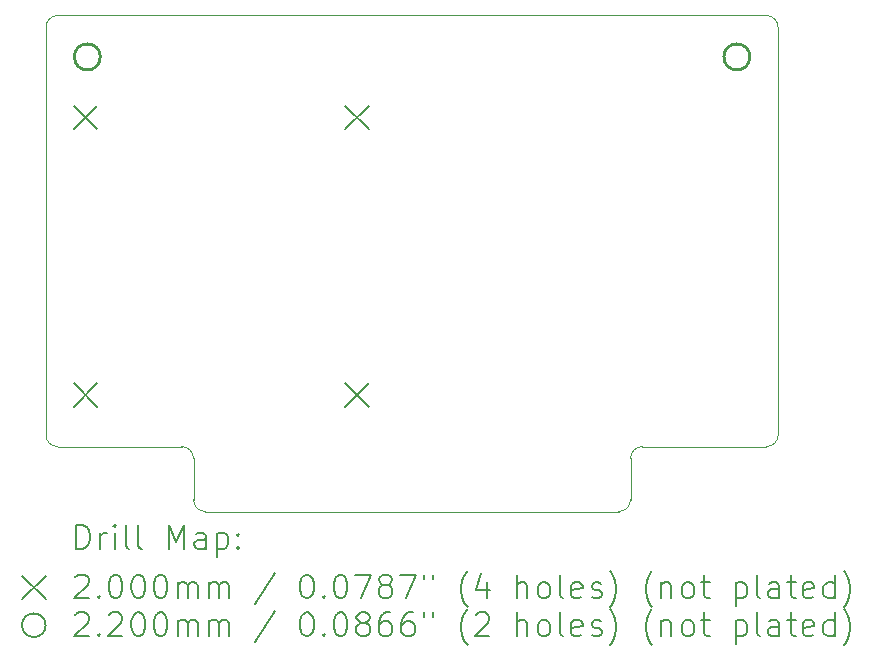
<source format=gbr>
%TF.GenerationSoftware,KiCad,Pcbnew,7.0.10*%
%TF.CreationDate,2024-01-29T09:48:29-06:00*%
%TF.ProjectId,oled_expander,6f6c6564-5f65-4787-9061-6e6465722e6b,1.1*%
%TF.SameCoordinates,Original*%
%TF.FileFunction,Drillmap*%
%TF.FilePolarity,Positive*%
%FSLAX45Y45*%
G04 Gerber Fmt 4.5, Leading zero omitted, Abs format (unit mm)*
G04 Created by KiCad (PCBNEW 7.0.10) date 2024-01-29 09:48:29*
%MOMM*%
%LPD*%
G01*
G04 APERTURE LIST*
%ADD10C,0.050000*%
%ADD11C,0.200000*%
%ADD12C,0.220000*%
G04 APERTURE END LIST*
D10*
X10224289Y-8874289D02*
G75*
G03*
X10324289Y-8774289I1J99999D01*
G01*
X10424289Y-8324289D02*
G75*
G03*
X10324289Y-8424289I1J-100001D01*
G01*
X11474289Y-8324289D02*
G75*
G03*
X11574289Y-8224289I1J99999D01*
G01*
X10324289Y-8424289D02*
X10324289Y-8774289D01*
X11474289Y-8324289D02*
X10424289Y-8324289D01*
X6624291Y-8774289D02*
G75*
G03*
X6724289Y-8874289I99999J-1D01*
G01*
X6624291Y-8424289D02*
G75*
G03*
X6524289Y-8324289I-100001J-1D01*
G01*
X5374291Y-8224289D02*
G75*
G03*
X5474289Y-8324289I99999J-1D01*
G01*
X6724289Y-8874289D02*
X6774289Y-8874289D01*
X6624289Y-8424289D02*
X6624289Y-8774289D01*
X5474289Y-8324289D02*
X6524289Y-8324289D01*
X10224289Y-8874289D02*
X6774289Y-8874289D01*
X5474289Y-4674289D02*
X11474289Y-4674289D01*
X5374289Y-8224289D02*
X5374289Y-4774289D01*
X11574291Y-4774289D02*
G75*
G03*
X11474289Y-4674289I-100001J-1D01*
G01*
X5474289Y-4674289D02*
G75*
G03*
X5374289Y-4774289I1J-100001D01*
G01*
X11574289Y-4774289D02*
X11574289Y-8224289D01*
D11*
X5609289Y-5439289D02*
X5809289Y-5639289D01*
X5809289Y-5439289D02*
X5609289Y-5639289D01*
X5609289Y-7789289D02*
X5809289Y-7989289D01*
X5809289Y-7789289D02*
X5609289Y-7989289D01*
X7909289Y-5439289D02*
X8109289Y-5639289D01*
X8109289Y-5439289D02*
X7909289Y-5639289D01*
X7909289Y-7789289D02*
X8109289Y-7989289D01*
X8109289Y-7789289D02*
X7909289Y-7989289D01*
D12*
X5835000Y-5025000D02*
G75*
G03*
X5615000Y-5025000I-110000J0D01*
G01*
X5615000Y-5025000D02*
G75*
G03*
X5835000Y-5025000I110000J0D01*
G01*
X11335000Y-5025000D02*
G75*
G03*
X11115000Y-5025000I-110000J0D01*
G01*
X11115000Y-5025000D02*
G75*
G03*
X11335000Y-5025000I110000J0D01*
G01*
D11*
X5632566Y-9188273D02*
X5632566Y-8988273D01*
X5632566Y-8988273D02*
X5680185Y-8988273D01*
X5680185Y-8988273D02*
X5708757Y-8997797D01*
X5708757Y-8997797D02*
X5727804Y-9016845D01*
X5727804Y-9016845D02*
X5737328Y-9035892D01*
X5737328Y-9035892D02*
X5746852Y-9073987D01*
X5746852Y-9073987D02*
X5746852Y-9102559D01*
X5746852Y-9102559D02*
X5737328Y-9140654D01*
X5737328Y-9140654D02*
X5727804Y-9159702D01*
X5727804Y-9159702D02*
X5708757Y-9178749D01*
X5708757Y-9178749D02*
X5680185Y-9188273D01*
X5680185Y-9188273D02*
X5632566Y-9188273D01*
X5832566Y-9188273D02*
X5832566Y-9054940D01*
X5832566Y-9093035D02*
X5842090Y-9073987D01*
X5842090Y-9073987D02*
X5851614Y-9064464D01*
X5851614Y-9064464D02*
X5870661Y-9054940D01*
X5870661Y-9054940D02*
X5889709Y-9054940D01*
X5956376Y-9188273D02*
X5956376Y-9054940D01*
X5956376Y-8988273D02*
X5946852Y-8997797D01*
X5946852Y-8997797D02*
X5956376Y-9007321D01*
X5956376Y-9007321D02*
X5965899Y-8997797D01*
X5965899Y-8997797D02*
X5956376Y-8988273D01*
X5956376Y-8988273D02*
X5956376Y-9007321D01*
X6080185Y-9188273D02*
X6061137Y-9178749D01*
X6061137Y-9178749D02*
X6051614Y-9159702D01*
X6051614Y-9159702D02*
X6051614Y-8988273D01*
X6184947Y-9188273D02*
X6165899Y-9178749D01*
X6165899Y-9178749D02*
X6156376Y-9159702D01*
X6156376Y-9159702D02*
X6156376Y-8988273D01*
X6413518Y-9188273D02*
X6413518Y-8988273D01*
X6413518Y-8988273D02*
X6480185Y-9131130D01*
X6480185Y-9131130D02*
X6546852Y-8988273D01*
X6546852Y-8988273D02*
X6546852Y-9188273D01*
X6727804Y-9188273D02*
X6727804Y-9083511D01*
X6727804Y-9083511D02*
X6718280Y-9064464D01*
X6718280Y-9064464D02*
X6699233Y-9054940D01*
X6699233Y-9054940D02*
X6661137Y-9054940D01*
X6661137Y-9054940D02*
X6642090Y-9064464D01*
X6727804Y-9178749D02*
X6708757Y-9188273D01*
X6708757Y-9188273D02*
X6661137Y-9188273D01*
X6661137Y-9188273D02*
X6642090Y-9178749D01*
X6642090Y-9178749D02*
X6632566Y-9159702D01*
X6632566Y-9159702D02*
X6632566Y-9140654D01*
X6632566Y-9140654D02*
X6642090Y-9121606D01*
X6642090Y-9121606D02*
X6661137Y-9112083D01*
X6661137Y-9112083D02*
X6708757Y-9112083D01*
X6708757Y-9112083D02*
X6727804Y-9102559D01*
X6823042Y-9054940D02*
X6823042Y-9254940D01*
X6823042Y-9064464D02*
X6842090Y-9054940D01*
X6842090Y-9054940D02*
X6880185Y-9054940D01*
X6880185Y-9054940D02*
X6899233Y-9064464D01*
X6899233Y-9064464D02*
X6908757Y-9073987D01*
X6908757Y-9073987D02*
X6918280Y-9093035D01*
X6918280Y-9093035D02*
X6918280Y-9150178D01*
X6918280Y-9150178D02*
X6908757Y-9169225D01*
X6908757Y-9169225D02*
X6899233Y-9178749D01*
X6899233Y-9178749D02*
X6880185Y-9188273D01*
X6880185Y-9188273D02*
X6842090Y-9188273D01*
X6842090Y-9188273D02*
X6823042Y-9178749D01*
X7003995Y-9169225D02*
X7013518Y-9178749D01*
X7013518Y-9178749D02*
X7003995Y-9188273D01*
X7003995Y-9188273D02*
X6994471Y-9178749D01*
X6994471Y-9178749D02*
X7003995Y-9169225D01*
X7003995Y-9169225D02*
X7003995Y-9188273D01*
X7003995Y-9064464D02*
X7013518Y-9073987D01*
X7013518Y-9073987D02*
X7003995Y-9083511D01*
X7003995Y-9083511D02*
X6994471Y-9073987D01*
X6994471Y-9073987D02*
X7003995Y-9064464D01*
X7003995Y-9064464D02*
X7003995Y-9083511D01*
X5171789Y-9416789D02*
X5371789Y-9616789D01*
X5371789Y-9416789D02*
X5171789Y-9616789D01*
X5623042Y-9427321D02*
X5632566Y-9417797D01*
X5632566Y-9417797D02*
X5651614Y-9408273D01*
X5651614Y-9408273D02*
X5699233Y-9408273D01*
X5699233Y-9408273D02*
X5718280Y-9417797D01*
X5718280Y-9417797D02*
X5727804Y-9427321D01*
X5727804Y-9427321D02*
X5737328Y-9446368D01*
X5737328Y-9446368D02*
X5737328Y-9465416D01*
X5737328Y-9465416D02*
X5727804Y-9493987D01*
X5727804Y-9493987D02*
X5613518Y-9608273D01*
X5613518Y-9608273D02*
X5737328Y-9608273D01*
X5823042Y-9589225D02*
X5832566Y-9598749D01*
X5832566Y-9598749D02*
X5823042Y-9608273D01*
X5823042Y-9608273D02*
X5813518Y-9598749D01*
X5813518Y-9598749D02*
X5823042Y-9589225D01*
X5823042Y-9589225D02*
X5823042Y-9608273D01*
X5956376Y-9408273D02*
X5975423Y-9408273D01*
X5975423Y-9408273D02*
X5994471Y-9417797D01*
X5994471Y-9417797D02*
X6003995Y-9427321D01*
X6003995Y-9427321D02*
X6013518Y-9446368D01*
X6013518Y-9446368D02*
X6023042Y-9484464D01*
X6023042Y-9484464D02*
X6023042Y-9532083D01*
X6023042Y-9532083D02*
X6013518Y-9570178D01*
X6013518Y-9570178D02*
X6003995Y-9589225D01*
X6003995Y-9589225D02*
X5994471Y-9598749D01*
X5994471Y-9598749D02*
X5975423Y-9608273D01*
X5975423Y-9608273D02*
X5956376Y-9608273D01*
X5956376Y-9608273D02*
X5937328Y-9598749D01*
X5937328Y-9598749D02*
X5927804Y-9589225D01*
X5927804Y-9589225D02*
X5918280Y-9570178D01*
X5918280Y-9570178D02*
X5908757Y-9532083D01*
X5908757Y-9532083D02*
X5908757Y-9484464D01*
X5908757Y-9484464D02*
X5918280Y-9446368D01*
X5918280Y-9446368D02*
X5927804Y-9427321D01*
X5927804Y-9427321D02*
X5937328Y-9417797D01*
X5937328Y-9417797D02*
X5956376Y-9408273D01*
X6146852Y-9408273D02*
X6165899Y-9408273D01*
X6165899Y-9408273D02*
X6184947Y-9417797D01*
X6184947Y-9417797D02*
X6194471Y-9427321D01*
X6194471Y-9427321D02*
X6203995Y-9446368D01*
X6203995Y-9446368D02*
X6213518Y-9484464D01*
X6213518Y-9484464D02*
X6213518Y-9532083D01*
X6213518Y-9532083D02*
X6203995Y-9570178D01*
X6203995Y-9570178D02*
X6194471Y-9589225D01*
X6194471Y-9589225D02*
X6184947Y-9598749D01*
X6184947Y-9598749D02*
X6165899Y-9608273D01*
X6165899Y-9608273D02*
X6146852Y-9608273D01*
X6146852Y-9608273D02*
X6127804Y-9598749D01*
X6127804Y-9598749D02*
X6118280Y-9589225D01*
X6118280Y-9589225D02*
X6108757Y-9570178D01*
X6108757Y-9570178D02*
X6099233Y-9532083D01*
X6099233Y-9532083D02*
X6099233Y-9484464D01*
X6099233Y-9484464D02*
X6108757Y-9446368D01*
X6108757Y-9446368D02*
X6118280Y-9427321D01*
X6118280Y-9427321D02*
X6127804Y-9417797D01*
X6127804Y-9417797D02*
X6146852Y-9408273D01*
X6337328Y-9408273D02*
X6356376Y-9408273D01*
X6356376Y-9408273D02*
X6375423Y-9417797D01*
X6375423Y-9417797D02*
X6384947Y-9427321D01*
X6384947Y-9427321D02*
X6394471Y-9446368D01*
X6394471Y-9446368D02*
X6403995Y-9484464D01*
X6403995Y-9484464D02*
X6403995Y-9532083D01*
X6403995Y-9532083D02*
X6394471Y-9570178D01*
X6394471Y-9570178D02*
X6384947Y-9589225D01*
X6384947Y-9589225D02*
X6375423Y-9598749D01*
X6375423Y-9598749D02*
X6356376Y-9608273D01*
X6356376Y-9608273D02*
X6337328Y-9608273D01*
X6337328Y-9608273D02*
X6318280Y-9598749D01*
X6318280Y-9598749D02*
X6308757Y-9589225D01*
X6308757Y-9589225D02*
X6299233Y-9570178D01*
X6299233Y-9570178D02*
X6289709Y-9532083D01*
X6289709Y-9532083D02*
X6289709Y-9484464D01*
X6289709Y-9484464D02*
X6299233Y-9446368D01*
X6299233Y-9446368D02*
X6308757Y-9427321D01*
X6308757Y-9427321D02*
X6318280Y-9417797D01*
X6318280Y-9417797D02*
X6337328Y-9408273D01*
X6489709Y-9608273D02*
X6489709Y-9474940D01*
X6489709Y-9493987D02*
X6499233Y-9484464D01*
X6499233Y-9484464D02*
X6518280Y-9474940D01*
X6518280Y-9474940D02*
X6546852Y-9474940D01*
X6546852Y-9474940D02*
X6565899Y-9484464D01*
X6565899Y-9484464D02*
X6575423Y-9503511D01*
X6575423Y-9503511D02*
X6575423Y-9608273D01*
X6575423Y-9503511D02*
X6584947Y-9484464D01*
X6584947Y-9484464D02*
X6603995Y-9474940D01*
X6603995Y-9474940D02*
X6632566Y-9474940D01*
X6632566Y-9474940D02*
X6651614Y-9484464D01*
X6651614Y-9484464D02*
X6661138Y-9503511D01*
X6661138Y-9503511D02*
X6661138Y-9608273D01*
X6756376Y-9608273D02*
X6756376Y-9474940D01*
X6756376Y-9493987D02*
X6765899Y-9484464D01*
X6765899Y-9484464D02*
X6784947Y-9474940D01*
X6784947Y-9474940D02*
X6813519Y-9474940D01*
X6813519Y-9474940D02*
X6832566Y-9484464D01*
X6832566Y-9484464D02*
X6842090Y-9503511D01*
X6842090Y-9503511D02*
X6842090Y-9608273D01*
X6842090Y-9503511D02*
X6851614Y-9484464D01*
X6851614Y-9484464D02*
X6870661Y-9474940D01*
X6870661Y-9474940D02*
X6899233Y-9474940D01*
X6899233Y-9474940D02*
X6918280Y-9484464D01*
X6918280Y-9484464D02*
X6927804Y-9503511D01*
X6927804Y-9503511D02*
X6927804Y-9608273D01*
X7318280Y-9398749D02*
X7146852Y-9655892D01*
X7575423Y-9408273D02*
X7594471Y-9408273D01*
X7594471Y-9408273D02*
X7613519Y-9417797D01*
X7613519Y-9417797D02*
X7623042Y-9427321D01*
X7623042Y-9427321D02*
X7632566Y-9446368D01*
X7632566Y-9446368D02*
X7642090Y-9484464D01*
X7642090Y-9484464D02*
X7642090Y-9532083D01*
X7642090Y-9532083D02*
X7632566Y-9570178D01*
X7632566Y-9570178D02*
X7623042Y-9589225D01*
X7623042Y-9589225D02*
X7613519Y-9598749D01*
X7613519Y-9598749D02*
X7594471Y-9608273D01*
X7594471Y-9608273D02*
X7575423Y-9608273D01*
X7575423Y-9608273D02*
X7556376Y-9598749D01*
X7556376Y-9598749D02*
X7546852Y-9589225D01*
X7546852Y-9589225D02*
X7537328Y-9570178D01*
X7537328Y-9570178D02*
X7527804Y-9532083D01*
X7527804Y-9532083D02*
X7527804Y-9484464D01*
X7527804Y-9484464D02*
X7537328Y-9446368D01*
X7537328Y-9446368D02*
X7546852Y-9427321D01*
X7546852Y-9427321D02*
X7556376Y-9417797D01*
X7556376Y-9417797D02*
X7575423Y-9408273D01*
X7727804Y-9589225D02*
X7737328Y-9598749D01*
X7737328Y-9598749D02*
X7727804Y-9608273D01*
X7727804Y-9608273D02*
X7718281Y-9598749D01*
X7718281Y-9598749D02*
X7727804Y-9589225D01*
X7727804Y-9589225D02*
X7727804Y-9608273D01*
X7861138Y-9408273D02*
X7880185Y-9408273D01*
X7880185Y-9408273D02*
X7899233Y-9417797D01*
X7899233Y-9417797D02*
X7908757Y-9427321D01*
X7908757Y-9427321D02*
X7918281Y-9446368D01*
X7918281Y-9446368D02*
X7927804Y-9484464D01*
X7927804Y-9484464D02*
X7927804Y-9532083D01*
X7927804Y-9532083D02*
X7918281Y-9570178D01*
X7918281Y-9570178D02*
X7908757Y-9589225D01*
X7908757Y-9589225D02*
X7899233Y-9598749D01*
X7899233Y-9598749D02*
X7880185Y-9608273D01*
X7880185Y-9608273D02*
X7861138Y-9608273D01*
X7861138Y-9608273D02*
X7842090Y-9598749D01*
X7842090Y-9598749D02*
X7832566Y-9589225D01*
X7832566Y-9589225D02*
X7823042Y-9570178D01*
X7823042Y-9570178D02*
X7813519Y-9532083D01*
X7813519Y-9532083D02*
X7813519Y-9484464D01*
X7813519Y-9484464D02*
X7823042Y-9446368D01*
X7823042Y-9446368D02*
X7832566Y-9427321D01*
X7832566Y-9427321D02*
X7842090Y-9417797D01*
X7842090Y-9417797D02*
X7861138Y-9408273D01*
X7994471Y-9408273D02*
X8127804Y-9408273D01*
X8127804Y-9408273D02*
X8042090Y-9608273D01*
X8232566Y-9493987D02*
X8213519Y-9484464D01*
X8213519Y-9484464D02*
X8203995Y-9474940D01*
X8203995Y-9474940D02*
X8194471Y-9455892D01*
X8194471Y-9455892D02*
X8194471Y-9446368D01*
X8194471Y-9446368D02*
X8203995Y-9427321D01*
X8203995Y-9427321D02*
X8213519Y-9417797D01*
X8213519Y-9417797D02*
X8232566Y-9408273D01*
X8232566Y-9408273D02*
X8270662Y-9408273D01*
X8270662Y-9408273D02*
X8289709Y-9417797D01*
X8289709Y-9417797D02*
X8299233Y-9427321D01*
X8299233Y-9427321D02*
X8308757Y-9446368D01*
X8308757Y-9446368D02*
X8308757Y-9455892D01*
X8308757Y-9455892D02*
X8299233Y-9474940D01*
X8299233Y-9474940D02*
X8289709Y-9484464D01*
X8289709Y-9484464D02*
X8270662Y-9493987D01*
X8270662Y-9493987D02*
X8232566Y-9493987D01*
X8232566Y-9493987D02*
X8213519Y-9503511D01*
X8213519Y-9503511D02*
X8203995Y-9513035D01*
X8203995Y-9513035D02*
X8194471Y-9532083D01*
X8194471Y-9532083D02*
X8194471Y-9570178D01*
X8194471Y-9570178D02*
X8203995Y-9589225D01*
X8203995Y-9589225D02*
X8213519Y-9598749D01*
X8213519Y-9598749D02*
X8232566Y-9608273D01*
X8232566Y-9608273D02*
X8270662Y-9608273D01*
X8270662Y-9608273D02*
X8289709Y-9598749D01*
X8289709Y-9598749D02*
X8299233Y-9589225D01*
X8299233Y-9589225D02*
X8308757Y-9570178D01*
X8308757Y-9570178D02*
X8308757Y-9532083D01*
X8308757Y-9532083D02*
X8299233Y-9513035D01*
X8299233Y-9513035D02*
X8289709Y-9503511D01*
X8289709Y-9503511D02*
X8270662Y-9493987D01*
X8375423Y-9408273D02*
X8508757Y-9408273D01*
X8508757Y-9408273D02*
X8423043Y-9608273D01*
X8575424Y-9408273D02*
X8575424Y-9446368D01*
X8651614Y-9408273D02*
X8651614Y-9446368D01*
X8946852Y-9684464D02*
X8937328Y-9674940D01*
X8937328Y-9674940D02*
X8918281Y-9646368D01*
X8918281Y-9646368D02*
X8908757Y-9627321D01*
X8908757Y-9627321D02*
X8899233Y-9598749D01*
X8899233Y-9598749D02*
X8889709Y-9551130D01*
X8889709Y-9551130D02*
X8889709Y-9513035D01*
X8889709Y-9513035D02*
X8899233Y-9465416D01*
X8899233Y-9465416D02*
X8908757Y-9436845D01*
X8908757Y-9436845D02*
X8918281Y-9417797D01*
X8918281Y-9417797D02*
X8937328Y-9389225D01*
X8937328Y-9389225D02*
X8946852Y-9379702D01*
X9108757Y-9474940D02*
X9108757Y-9608273D01*
X9061138Y-9398749D02*
X9013519Y-9541606D01*
X9013519Y-9541606D02*
X9137328Y-9541606D01*
X9365900Y-9608273D02*
X9365900Y-9408273D01*
X9451614Y-9608273D02*
X9451614Y-9503511D01*
X9451614Y-9503511D02*
X9442090Y-9484464D01*
X9442090Y-9484464D02*
X9423043Y-9474940D01*
X9423043Y-9474940D02*
X9394471Y-9474940D01*
X9394471Y-9474940D02*
X9375424Y-9484464D01*
X9375424Y-9484464D02*
X9365900Y-9493987D01*
X9575424Y-9608273D02*
X9556376Y-9598749D01*
X9556376Y-9598749D02*
X9546852Y-9589225D01*
X9546852Y-9589225D02*
X9537328Y-9570178D01*
X9537328Y-9570178D02*
X9537328Y-9513035D01*
X9537328Y-9513035D02*
X9546852Y-9493987D01*
X9546852Y-9493987D02*
X9556376Y-9484464D01*
X9556376Y-9484464D02*
X9575424Y-9474940D01*
X9575424Y-9474940D02*
X9603995Y-9474940D01*
X9603995Y-9474940D02*
X9623043Y-9484464D01*
X9623043Y-9484464D02*
X9632567Y-9493987D01*
X9632567Y-9493987D02*
X9642090Y-9513035D01*
X9642090Y-9513035D02*
X9642090Y-9570178D01*
X9642090Y-9570178D02*
X9632567Y-9589225D01*
X9632567Y-9589225D02*
X9623043Y-9598749D01*
X9623043Y-9598749D02*
X9603995Y-9608273D01*
X9603995Y-9608273D02*
X9575424Y-9608273D01*
X9756376Y-9608273D02*
X9737328Y-9598749D01*
X9737328Y-9598749D02*
X9727805Y-9579702D01*
X9727805Y-9579702D02*
X9727805Y-9408273D01*
X9908757Y-9598749D02*
X9889709Y-9608273D01*
X9889709Y-9608273D02*
X9851614Y-9608273D01*
X9851614Y-9608273D02*
X9832567Y-9598749D01*
X9832567Y-9598749D02*
X9823043Y-9579702D01*
X9823043Y-9579702D02*
X9823043Y-9503511D01*
X9823043Y-9503511D02*
X9832567Y-9484464D01*
X9832567Y-9484464D02*
X9851614Y-9474940D01*
X9851614Y-9474940D02*
X9889709Y-9474940D01*
X9889709Y-9474940D02*
X9908757Y-9484464D01*
X9908757Y-9484464D02*
X9918281Y-9503511D01*
X9918281Y-9503511D02*
X9918281Y-9522559D01*
X9918281Y-9522559D02*
X9823043Y-9541606D01*
X9994471Y-9598749D02*
X10013519Y-9608273D01*
X10013519Y-9608273D02*
X10051614Y-9608273D01*
X10051614Y-9608273D02*
X10070662Y-9598749D01*
X10070662Y-9598749D02*
X10080186Y-9579702D01*
X10080186Y-9579702D02*
X10080186Y-9570178D01*
X10080186Y-9570178D02*
X10070662Y-9551130D01*
X10070662Y-9551130D02*
X10051614Y-9541606D01*
X10051614Y-9541606D02*
X10023043Y-9541606D01*
X10023043Y-9541606D02*
X10003995Y-9532083D01*
X10003995Y-9532083D02*
X9994471Y-9513035D01*
X9994471Y-9513035D02*
X9994471Y-9503511D01*
X9994471Y-9503511D02*
X10003995Y-9484464D01*
X10003995Y-9484464D02*
X10023043Y-9474940D01*
X10023043Y-9474940D02*
X10051614Y-9474940D01*
X10051614Y-9474940D02*
X10070662Y-9484464D01*
X10146852Y-9684464D02*
X10156376Y-9674940D01*
X10156376Y-9674940D02*
X10175424Y-9646368D01*
X10175424Y-9646368D02*
X10184948Y-9627321D01*
X10184948Y-9627321D02*
X10194471Y-9598749D01*
X10194471Y-9598749D02*
X10203995Y-9551130D01*
X10203995Y-9551130D02*
X10203995Y-9513035D01*
X10203995Y-9513035D02*
X10194471Y-9465416D01*
X10194471Y-9465416D02*
X10184948Y-9436845D01*
X10184948Y-9436845D02*
X10175424Y-9417797D01*
X10175424Y-9417797D02*
X10156376Y-9389225D01*
X10156376Y-9389225D02*
X10146852Y-9379702D01*
X10508757Y-9684464D02*
X10499233Y-9674940D01*
X10499233Y-9674940D02*
X10480186Y-9646368D01*
X10480186Y-9646368D02*
X10470662Y-9627321D01*
X10470662Y-9627321D02*
X10461138Y-9598749D01*
X10461138Y-9598749D02*
X10451614Y-9551130D01*
X10451614Y-9551130D02*
X10451614Y-9513035D01*
X10451614Y-9513035D02*
X10461138Y-9465416D01*
X10461138Y-9465416D02*
X10470662Y-9436845D01*
X10470662Y-9436845D02*
X10480186Y-9417797D01*
X10480186Y-9417797D02*
X10499233Y-9389225D01*
X10499233Y-9389225D02*
X10508757Y-9379702D01*
X10584948Y-9474940D02*
X10584948Y-9608273D01*
X10584948Y-9493987D02*
X10594471Y-9484464D01*
X10594471Y-9484464D02*
X10613519Y-9474940D01*
X10613519Y-9474940D02*
X10642090Y-9474940D01*
X10642090Y-9474940D02*
X10661138Y-9484464D01*
X10661138Y-9484464D02*
X10670662Y-9503511D01*
X10670662Y-9503511D02*
X10670662Y-9608273D01*
X10794471Y-9608273D02*
X10775424Y-9598749D01*
X10775424Y-9598749D02*
X10765900Y-9589225D01*
X10765900Y-9589225D02*
X10756376Y-9570178D01*
X10756376Y-9570178D02*
X10756376Y-9513035D01*
X10756376Y-9513035D02*
X10765900Y-9493987D01*
X10765900Y-9493987D02*
X10775424Y-9484464D01*
X10775424Y-9484464D02*
X10794471Y-9474940D01*
X10794471Y-9474940D02*
X10823043Y-9474940D01*
X10823043Y-9474940D02*
X10842090Y-9484464D01*
X10842090Y-9484464D02*
X10851614Y-9493987D01*
X10851614Y-9493987D02*
X10861138Y-9513035D01*
X10861138Y-9513035D02*
X10861138Y-9570178D01*
X10861138Y-9570178D02*
X10851614Y-9589225D01*
X10851614Y-9589225D02*
X10842090Y-9598749D01*
X10842090Y-9598749D02*
X10823043Y-9608273D01*
X10823043Y-9608273D02*
X10794471Y-9608273D01*
X10918281Y-9474940D02*
X10994471Y-9474940D01*
X10946852Y-9408273D02*
X10946852Y-9579702D01*
X10946852Y-9579702D02*
X10956376Y-9598749D01*
X10956376Y-9598749D02*
X10975424Y-9608273D01*
X10975424Y-9608273D02*
X10994471Y-9608273D01*
X11213519Y-9474940D02*
X11213519Y-9674940D01*
X11213519Y-9484464D02*
X11232567Y-9474940D01*
X11232567Y-9474940D02*
X11270662Y-9474940D01*
X11270662Y-9474940D02*
X11289709Y-9484464D01*
X11289709Y-9484464D02*
X11299233Y-9493987D01*
X11299233Y-9493987D02*
X11308757Y-9513035D01*
X11308757Y-9513035D02*
X11308757Y-9570178D01*
X11308757Y-9570178D02*
X11299233Y-9589225D01*
X11299233Y-9589225D02*
X11289709Y-9598749D01*
X11289709Y-9598749D02*
X11270662Y-9608273D01*
X11270662Y-9608273D02*
X11232567Y-9608273D01*
X11232567Y-9608273D02*
X11213519Y-9598749D01*
X11423043Y-9608273D02*
X11403995Y-9598749D01*
X11403995Y-9598749D02*
X11394471Y-9579702D01*
X11394471Y-9579702D02*
X11394471Y-9408273D01*
X11584948Y-9608273D02*
X11584948Y-9503511D01*
X11584948Y-9503511D02*
X11575424Y-9484464D01*
X11575424Y-9484464D02*
X11556376Y-9474940D01*
X11556376Y-9474940D02*
X11518281Y-9474940D01*
X11518281Y-9474940D02*
X11499233Y-9484464D01*
X11584948Y-9598749D02*
X11565900Y-9608273D01*
X11565900Y-9608273D02*
X11518281Y-9608273D01*
X11518281Y-9608273D02*
X11499233Y-9598749D01*
X11499233Y-9598749D02*
X11489709Y-9579702D01*
X11489709Y-9579702D02*
X11489709Y-9560654D01*
X11489709Y-9560654D02*
X11499233Y-9541606D01*
X11499233Y-9541606D02*
X11518281Y-9532083D01*
X11518281Y-9532083D02*
X11565900Y-9532083D01*
X11565900Y-9532083D02*
X11584948Y-9522559D01*
X11651614Y-9474940D02*
X11727805Y-9474940D01*
X11680186Y-9408273D02*
X11680186Y-9579702D01*
X11680186Y-9579702D02*
X11689709Y-9598749D01*
X11689709Y-9598749D02*
X11708757Y-9608273D01*
X11708757Y-9608273D02*
X11727805Y-9608273D01*
X11870662Y-9598749D02*
X11851614Y-9608273D01*
X11851614Y-9608273D02*
X11813519Y-9608273D01*
X11813519Y-9608273D02*
X11794471Y-9598749D01*
X11794471Y-9598749D02*
X11784948Y-9579702D01*
X11784948Y-9579702D02*
X11784948Y-9503511D01*
X11784948Y-9503511D02*
X11794471Y-9484464D01*
X11794471Y-9484464D02*
X11813519Y-9474940D01*
X11813519Y-9474940D02*
X11851614Y-9474940D01*
X11851614Y-9474940D02*
X11870662Y-9484464D01*
X11870662Y-9484464D02*
X11880186Y-9503511D01*
X11880186Y-9503511D02*
X11880186Y-9522559D01*
X11880186Y-9522559D02*
X11784948Y-9541606D01*
X12051614Y-9608273D02*
X12051614Y-9408273D01*
X12051614Y-9598749D02*
X12032567Y-9608273D01*
X12032567Y-9608273D02*
X11994471Y-9608273D01*
X11994471Y-9608273D02*
X11975424Y-9598749D01*
X11975424Y-9598749D02*
X11965900Y-9589225D01*
X11965900Y-9589225D02*
X11956376Y-9570178D01*
X11956376Y-9570178D02*
X11956376Y-9513035D01*
X11956376Y-9513035D02*
X11965900Y-9493987D01*
X11965900Y-9493987D02*
X11975424Y-9484464D01*
X11975424Y-9484464D02*
X11994471Y-9474940D01*
X11994471Y-9474940D02*
X12032567Y-9474940D01*
X12032567Y-9474940D02*
X12051614Y-9484464D01*
X12127805Y-9684464D02*
X12137329Y-9674940D01*
X12137329Y-9674940D02*
X12156376Y-9646368D01*
X12156376Y-9646368D02*
X12165900Y-9627321D01*
X12165900Y-9627321D02*
X12175424Y-9598749D01*
X12175424Y-9598749D02*
X12184948Y-9551130D01*
X12184948Y-9551130D02*
X12184948Y-9513035D01*
X12184948Y-9513035D02*
X12175424Y-9465416D01*
X12175424Y-9465416D02*
X12165900Y-9436845D01*
X12165900Y-9436845D02*
X12156376Y-9417797D01*
X12156376Y-9417797D02*
X12137329Y-9389225D01*
X12137329Y-9389225D02*
X12127805Y-9379702D01*
X5371789Y-9836789D02*
G75*
G03*
X5171789Y-9836789I-100000J0D01*
G01*
X5171789Y-9836789D02*
G75*
G03*
X5371789Y-9836789I100000J0D01*
G01*
X5623042Y-9747321D02*
X5632566Y-9737797D01*
X5632566Y-9737797D02*
X5651614Y-9728273D01*
X5651614Y-9728273D02*
X5699233Y-9728273D01*
X5699233Y-9728273D02*
X5718280Y-9737797D01*
X5718280Y-9737797D02*
X5727804Y-9747321D01*
X5727804Y-9747321D02*
X5737328Y-9766368D01*
X5737328Y-9766368D02*
X5737328Y-9785416D01*
X5737328Y-9785416D02*
X5727804Y-9813987D01*
X5727804Y-9813987D02*
X5613518Y-9928273D01*
X5613518Y-9928273D02*
X5737328Y-9928273D01*
X5823042Y-9909225D02*
X5832566Y-9918749D01*
X5832566Y-9918749D02*
X5823042Y-9928273D01*
X5823042Y-9928273D02*
X5813518Y-9918749D01*
X5813518Y-9918749D02*
X5823042Y-9909225D01*
X5823042Y-9909225D02*
X5823042Y-9928273D01*
X5908757Y-9747321D02*
X5918280Y-9737797D01*
X5918280Y-9737797D02*
X5937328Y-9728273D01*
X5937328Y-9728273D02*
X5984947Y-9728273D01*
X5984947Y-9728273D02*
X6003995Y-9737797D01*
X6003995Y-9737797D02*
X6013518Y-9747321D01*
X6013518Y-9747321D02*
X6023042Y-9766368D01*
X6023042Y-9766368D02*
X6023042Y-9785416D01*
X6023042Y-9785416D02*
X6013518Y-9813987D01*
X6013518Y-9813987D02*
X5899233Y-9928273D01*
X5899233Y-9928273D02*
X6023042Y-9928273D01*
X6146852Y-9728273D02*
X6165899Y-9728273D01*
X6165899Y-9728273D02*
X6184947Y-9737797D01*
X6184947Y-9737797D02*
X6194471Y-9747321D01*
X6194471Y-9747321D02*
X6203995Y-9766368D01*
X6203995Y-9766368D02*
X6213518Y-9804464D01*
X6213518Y-9804464D02*
X6213518Y-9852083D01*
X6213518Y-9852083D02*
X6203995Y-9890178D01*
X6203995Y-9890178D02*
X6194471Y-9909225D01*
X6194471Y-9909225D02*
X6184947Y-9918749D01*
X6184947Y-9918749D02*
X6165899Y-9928273D01*
X6165899Y-9928273D02*
X6146852Y-9928273D01*
X6146852Y-9928273D02*
X6127804Y-9918749D01*
X6127804Y-9918749D02*
X6118280Y-9909225D01*
X6118280Y-9909225D02*
X6108757Y-9890178D01*
X6108757Y-9890178D02*
X6099233Y-9852083D01*
X6099233Y-9852083D02*
X6099233Y-9804464D01*
X6099233Y-9804464D02*
X6108757Y-9766368D01*
X6108757Y-9766368D02*
X6118280Y-9747321D01*
X6118280Y-9747321D02*
X6127804Y-9737797D01*
X6127804Y-9737797D02*
X6146852Y-9728273D01*
X6337328Y-9728273D02*
X6356376Y-9728273D01*
X6356376Y-9728273D02*
X6375423Y-9737797D01*
X6375423Y-9737797D02*
X6384947Y-9747321D01*
X6384947Y-9747321D02*
X6394471Y-9766368D01*
X6394471Y-9766368D02*
X6403995Y-9804464D01*
X6403995Y-9804464D02*
X6403995Y-9852083D01*
X6403995Y-9852083D02*
X6394471Y-9890178D01*
X6394471Y-9890178D02*
X6384947Y-9909225D01*
X6384947Y-9909225D02*
X6375423Y-9918749D01*
X6375423Y-9918749D02*
X6356376Y-9928273D01*
X6356376Y-9928273D02*
X6337328Y-9928273D01*
X6337328Y-9928273D02*
X6318280Y-9918749D01*
X6318280Y-9918749D02*
X6308757Y-9909225D01*
X6308757Y-9909225D02*
X6299233Y-9890178D01*
X6299233Y-9890178D02*
X6289709Y-9852083D01*
X6289709Y-9852083D02*
X6289709Y-9804464D01*
X6289709Y-9804464D02*
X6299233Y-9766368D01*
X6299233Y-9766368D02*
X6308757Y-9747321D01*
X6308757Y-9747321D02*
X6318280Y-9737797D01*
X6318280Y-9737797D02*
X6337328Y-9728273D01*
X6489709Y-9928273D02*
X6489709Y-9794940D01*
X6489709Y-9813987D02*
X6499233Y-9804464D01*
X6499233Y-9804464D02*
X6518280Y-9794940D01*
X6518280Y-9794940D02*
X6546852Y-9794940D01*
X6546852Y-9794940D02*
X6565899Y-9804464D01*
X6565899Y-9804464D02*
X6575423Y-9823511D01*
X6575423Y-9823511D02*
X6575423Y-9928273D01*
X6575423Y-9823511D02*
X6584947Y-9804464D01*
X6584947Y-9804464D02*
X6603995Y-9794940D01*
X6603995Y-9794940D02*
X6632566Y-9794940D01*
X6632566Y-9794940D02*
X6651614Y-9804464D01*
X6651614Y-9804464D02*
X6661138Y-9823511D01*
X6661138Y-9823511D02*
X6661138Y-9928273D01*
X6756376Y-9928273D02*
X6756376Y-9794940D01*
X6756376Y-9813987D02*
X6765899Y-9804464D01*
X6765899Y-9804464D02*
X6784947Y-9794940D01*
X6784947Y-9794940D02*
X6813519Y-9794940D01*
X6813519Y-9794940D02*
X6832566Y-9804464D01*
X6832566Y-9804464D02*
X6842090Y-9823511D01*
X6842090Y-9823511D02*
X6842090Y-9928273D01*
X6842090Y-9823511D02*
X6851614Y-9804464D01*
X6851614Y-9804464D02*
X6870661Y-9794940D01*
X6870661Y-9794940D02*
X6899233Y-9794940D01*
X6899233Y-9794940D02*
X6918280Y-9804464D01*
X6918280Y-9804464D02*
X6927804Y-9823511D01*
X6927804Y-9823511D02*
X6927804Y-9928273D01*
X7318280Y-9718749D02*
X7146852Y-9975892D01*
X7575423Y-9728273D02*
X7594471Y-9728273D01*
X7594471Y-9728273D02*
X7613519Y-9737797D01*
X7613519Y-9737797D02*
X7623042Y-9747321D01*
X7623042Y-9747321D02*
X7632566Y-9766368D01*
X7632566Y-9766368D02*
X7642090Y-9804464D01*
X7642090Y-9804464D02*
X7642090Y-9852083D01*
X7642090Y-9852083D02*
X7632566Y-9890178D01*
X7632566Y-9890178D02*
X7623042Y-9909225D01*
X7623042Y-9909225D02*
X7613519Y-9918749D01*
X7613519Y-9918749D02*
X7594471Y-9928273D01*
X7594471Y-9928273D02*
X7575423Y-9928273D01*
X7575423Y-9928273D02*
X7556376Y-9918749D01*
X7556376Y-9918749D02*
X7546852Y-9909225D01*
X7546852Y-9909225D02*
X7537328Y-9890178D01*
X7537328Y-9890178D02*
X7527804Y-9852083D01*
X7527804Y-9852083D02*
X7527804Y-9804464D01*
X7527804Y-9804464D02*
X7537328Y-9766368D01*
X7537328Y-9766368D02*
X7546852Y-9747321D01*
X7546852Y-9747321D02*
X7556376Y-9737797D01*
X7556376Y-9737797D02*
X7575423Y-9728273D01*
X7727804Y-9909225D02*
X7737328Y-9918749D01*
X7737328Y-9918749D02*
X7727804Y-9928273D01*
X7727804Y-9928273D02*
X7718281Y-9918749D01*
X7718281Y-9918749D02*
X7727804Y-9909225D01*
X7727804Y-9909225D02*
X7727804Y-9928273D01*
X7861138Y-9728273D02*
X7880185Y-9728273D01*
X7880185Y-9728273D02*
X7899233Y-9737797D01*
X7899233Y-9737797D02*
X7908757Y-9747321D01*
X7908757Y-9747321D02*
X7918281Y-9766368D01*
X7918281Y-9766368D02*
X7927804Y-9804464D01*
X7927804Y-9804464D02*
X7927804Y-9852083D01*
X7927804Y-9852083D02*
X7918281Y-9890178D01*
X7918281Y-9890178D02*
X7908757Y-9909225D01*
X7908757Y-9909225D02*
X7899233Y-9918749D01*
X7899233Y-9918749D02*
X7880185Y-9928273D01*
X7880185Y-9928273D02*
X7861138Y-9928273D01*
X7861138Y-9928273D02*
X7842090Y-9918749D01*
X7842090Y-9918749D02*
X7832566Y-9909225D01*
X7832566Y-9909225D02*
X7823042Y-9890178D01*
X7823042Y-9890178D02*
X7813519Y-9852083D01*
X7813519Y-9852083D02*
X7813519Y-9804464D01*
X7813519Y-9804464D02*
X7823042Y-9766368D01*
X7823042Y-9766368D02*
X7832566Y-9747321D01*
X7832566Y-9747321D02*
X7842090Y-9737797D01*
X7842090Y-9737797D02*
X7861138Y-9728273D01*
X8042090Y-9813987D02*
X8023042Y-9804464D01*
X8023042Y-9804464D02*
X8013519Y-9794940D01*
X8013519Y-9794940D02*
X8003995Y-9775892D01*
X8003995Y-9775892D02*
X8003995Y-9766368D01*
X8003995Y-9766368D02*
X8013519Y-9747321D01*
X8013519Y-9747321D02*
X8023042Y-9737797D01*
X8023042Y-9737797D02*
X8042090Y-9728273D01*
X8042090Y-9728273D02*
X8080185Y-9728273D01*
X8080185Y-9728273D02*
X8099233Y-9737797D01*
X8099233Y-9737797D02*
X8108757Y-9747321D01*
X8108757Y-9747321D02*
X8118281Y-9766368D01*
X8118281Y-9766368D02*
X8118281Y-9775892D01*
X8118281Y-9775892D02*
X8108757Y-9794940D01*
X8108757Y-9794940D02*
X8099233Y-9804464D01*
X8099233Y-9804464D02*
X8080185Y-9813987D01*
X8080185Y-9813987D02*
X8042090Y-9813987D01*
X8042090Y-9813987D02*
X8023042Y-9823511D01*
X8023042Y-9823511D02*
X8013519Y-9833035D01*
X8013519Y-9833035D02*
X8003995Y-9852083D01*
X8003995Y-9852083D02*
X8003995Y-9890178D01*
X8003995Y-9890178D02*
X8013519Y-9909225D01*
X8013519Y-9909225D02*
X8023042Y-9918749D01*
X8023042Y-9918749D02*
X8042090Y-9928273D01*
X8042090Y-9928273D02*
X8080185Y-9928273D01*
X8080185Y-9928273D02*
X8099233Y-9918749D01*
X8099233Y-9918749D02*
X8108757Y-9909225D01*
X8108757Y-9909225D02*
X8118281Y-9890178D01*
X8118281Y-9890178D02*
X8118281Y-9852083D01*
X8118281Y-9852083D02*
X8108757Y-9833035D01*
X8108757Y-9833035D02*
X8099233Y-9823511D01*
X8099233Y-9823511D02*
X8080185Y-9813987D01*
X8289709Y-9728273D02*
X8251614Y-9728273D01*
X8251614Y-9728273D02*
X8232566Y-9737797D01*
X8232566Y-9737797D02*
X8223042Y-9747321D01*
X8223042Y-9747321D02*
X8203995Y-9775892D01*
X8203995Y-9775892D02*
X8194471Y-9813987D01*
X8194471Y-9813987D02*
X8194471Y-9890178D01*
X8194471Y-9890178D02*
X8203995Y-9909225D01*
X8203995Y-9909225D02*
X8213519Y-9918749D01*
X8213519Y-9918749D02*
X8232566Y-9928273D01*
X8232566Y-9928273D02*
X8270662Y-9928273D01*
X8270662Y-9928273D02*
X8289709Y-9918749D01*
X8289709Y-9918749D02*
X8299233Y-9909225D01*
X8299233Y-9909225D02*
X8308757Y-9890178D01*
X8308757Y-9890178D02*
X8308757Y-9842559D01*
X8308757Y-9842559D02*
X8299233Y-9823511D01*
X8299233Y-9823511D02*
X8289709Y-9813987D01*
X8289709Y-9813987D02*
X8270662Y-9804464D01*
X8270662Y-9804464D02*
X8232566Y-9804464D01*
X8232566Y-9804464D02*
X8213519Y-9813987D01*
X8213519Y-9813987D02*
X8203995Y-9823511D01*
X8203995Y-9823511D02*
X8194471Y-9842559D01*
X8480185Y-9728273D02*
X8442090Y-9728273D01*
X8442090Y-9728273D02*
X8423043Y-9737797D01*
X8423043Y-9737797D02*
X8413519Y-9747321D01*
X8413519Y-9747321D02*
X8394471Y-9775892D01*
X8394471Y-9775892D02*
X8384947Y-9813987D01*
X8384947Y-9813987D02*
X8384947Y-9890178D01*
X8384947Y-9890178D02*
X8394471Y-9909225D01*
X8394471Y-9909225D02*
X8403995Y-9918749D01*
X8403995Y-9918749D02*
X8423043Y-9928273D01*
X8423043Y-9928273D02*
X8461138Y-9928273D01*
X8461138Y-9928273D02*
X8480185Y-9918749D01*
X8480185Y-9918749D02*
X8489709Y-9909225D01*
X8489709Y-9909225D02*
X8499233Y-9890178D01*
X8499233Y-9890178D02*
X8499233Y-9842559D01*
X8499233Y-9842559D02*
X8489709Y-9823511D01*
X8489709Y-9823511D02*
X8480185Y-9813987D01*
X8480185Y-9813987D02*
X8461138Y-9804464D01*
X8461138Y-9804464D02*
X8423043Y-9804464D01*
X8423043Y-9804464D02*
X8403995Y-9813987D01*
X8403995Y-9813987D02*
X8394471Y-9823511D01*
X8394471Y-9823511D02*
X8384947Y-9842559D01*
X8575424Y-9728273D02*
X8575424Y-9766368D01*
X8651614Y-9728273D02*
X8651614Y-9766368D01*
X8946852Y-10004464D02*
X8937328Y-9994940D01*
X8937328Y-9994940D02*
X8918281Y-9966368D01*
X8918281Y-9966368D02*
X8908757Y-9947321D01*
X8908757Y-9947321D02*
X8899233Y-9918749D01*
X8899233Y-9918749D02*
X8889709Y-9871130D01*
X8889709Y-9871130D02*
X8889709Y-9833035D01*
X8889709Y-9833035D02*
X8899233Y-9785416D01*
X8899233Y-9785416D02*
X8908757Y-9756845D01*
X8908757Y-9756845D02*
X8918281Y-9737797D01*
X8918281Y-9737797D02*
X8937328Y-9709225D01*
X8937328Y-9709225D02*
X8946852Y-9699702D01*
X9013519Y-9747321D02*
X9023043Y-9737797D01*
X9023043Y-9737797D02*
X9042090Y-9728273D01*
X9042090Y-9728273D02*
X9089709Y-9728273D01*
X9089709Y-9728273D02*
X9108757Y-9737797D01*
X9108757Y-9737797D02*
X9118281Y-9747321D01*
X9118281Y-9747321D02*
X9127805Y-9766368D01*
X9127805Y-9766368D02*
X9127805Y-9785416D01*
X9127805Y-9785416D02*
X9118281Y-9813987D01*
X9118281Y-9813987D02*
X9003995Y-9928273D01*
X9003995Y-9928273D02*
X9127805Y-9928273D01*
X9365900Y-9928273D02*
X9365900Y-9728273D01*
X9451614Y-9928273D02*
X9451614Y-9823511D01*
X9451614Y-9823511D02*
X9442090Y-9804464D01*
X9442090Y-9804464D02*
X9423043Y-9794940D01*
X9423043Y-9794940D02*
X9394471Y-9794940D01*
X9394471Y-9794940D02*
X9375424Y-9804464D01*
X9375424Y-9804464D02*
X9365900Y-9813987D01*
X9575424Y-9928273D02*
X9556376Y-9918749D01*
X9556376Y-9918749D02*
X9546852Y-9909225D01*
X9546852Y-9909225D02*
X9537328Y-9890178D01*
X9537328Y-9890178D02*
X9537328Y-9833035D01*
X9537328Y-9833035D02*
X9546852Y-9813987D01*
X9546852Y-9813987D02*
X9556376Y-9804464D01*
X9556376Y-9804464D02*
X9575424Y-9794940D01*
X9575424Y-9794940D02*
X9603995Y-9794940D01*
X9603995Y-9794940D02*
X9623043Y-9804464D01*
X9623043Y-9804464D02*
X9632567Y-9813987D01*
X9632567Y-9813987D02*
X9642090Y-9833035D01*
X9642090Y-9833035D02*
X9642090Y-9890178D01*
X9642090Y-9890178D02*
X9632567Y-9909225D01*
X9632567Y-9909225D02*
X9623043Y-9918749D01*
X9623043Y-9918749D02*
X9603995Y-9928273D01*
X9603995Y-9928273D02*
X9575424Y-9928273D01*
X9756376Y-9928273D02*
X9737328Y-9918749D01*
X9737328Y-9918749D02*
X9727805Y-9899702D01*
X9727805Y-9899702D02*
X9727805Y-9728273D01*
X9908757Y-9918749D02*
X9889709Y-9928273D01*
X9889709Y-9928273D02*
X9851614Y-9928273D01*
X9851614Y-9928273D02*
X9832567Y-9918749D01*
X9832567Y-9918749D02*
X9823043Y-9899702D01*
X9823043Y-9899702D02*
X9823043Y-9823511D01*
X9823043Y-9823511D02*
X9832567Y-9804464D01*
X9832567Y-9804464D02*
X9851614Y-9794940D01*
X9851614Y-9794940D02*
X9889709Y-9794940D01*
X9889709Y-9794940D02*
X9908757Y-9804464D01*
X9908757Y-9804464D02*
X9918281Y-9823511D01*
X9918281Y-9823511D02*
X9918281Y-9842559D01*
X9918281Y-9842559D02*
X9823043Y-9861606D01*
X9994471Y-9918749D02*
X10013519Y-9928273D01*
X10013519Y-9928273D02*
X10051614Y-9928273D01*
X10051614Y-9928273D02*
X10070662Y-9918749D01*
X10070662Y-9918749D02*
X10080186Y-9899702D01*
X10080186Y-9899702D02*
X10080186Y-9890178D01*
X10080186Y-9890178D02*
X10070662Y-9871130D01*
X10070662Y-9871130D02*
X10051614Y-9861606D01*
X10051614Y-9861606D02*
X10023043Y-9861606D01*
X10023043Y-9861606D02*
X10003995Y-9852083D01*
X10003995Y-9852083D02*
X9994471Y-9833035D01*
X9994471Y-9833035D02*
X9994471Y-9823511D01*
X9994471Y-9823511D02*
X10003995Y-9804464D01*
X10003995Y-9804464D02*
X10023043Y-9794940D01*
X10023043Y-9794940D02*
X10051614Y-9794940D01*
X10051614Y-9794940D02*
X10070662Y-9804464D01*
X10146852Y-10004464D02*
X10156376Y-9994940D01*
X10156376Y-9994940D02*
X10175424Y-9966368D01*
X10175424Y-9966368D02*
X10184948Y-9947321D01*
X10184948Y-9947321D02*
X10194471Y-9918749D01*
X10194471Y-9918749D02*
X10203995Y-9871130D01*
X10203995Y-9871130D02*
X10203995Y-9833035D01*
X10203995Y-9833035D02*
X10194471Y-9785416D01*
X10194471Y-9785416D02*
X10184948Y-9756845D01*
X10184948Y-9756845D02*
X10175424Y-9737797D01*
X10175424Y-9737797D02*
X10156376Y-9709225D01*
X10156376Y-9709225D02*
X10146852Y-9699702D01*
X10508757Y-10004464D02*
X10499233Y-9994940D01*
X10499233Y-9994940D02*
X10480186Y-9966368D01*
X10480186Y-9966368D02*
X10470662Y-9947321D01*
X10470662Y-9947321D02*
X10461138Y-9918749D01*
X10461138Y-9918749D02*
X10451614Y-9871130D01*
X10451614Y-9871130D02*
X10451614Y-9833035D01*
X10451614Y-9833035D02*
X10461138Y-9785416D01*
X10461138Y-9785416D02*
X10470662Y-9756845D01*
X10470662Y-9756845D02*
X10480186Y-9737797D01*
X10480186Y-9737797D02*
X10499233Y-9709225D01*
X10499233Y-9709225D02*
X10508757Y-9699702D01*
X10584948Y-9794940D02*
X10584948Y-9928273D01*
X10584948Y-9813987D02*
X10594471Y-9804464D01*
X10594471Y-9804464D02*
X10613519Y-9794940D01*
X10613519Y-9794940D02*
X10642090Y-9794940D01*
X10642090Y-9794940D02*
X10661138Y-9804464D01*
X10661138Y-9804464D02*
X10670662Y-9823511D01*
X10670662Y-9823511D02*
X10670662Y-9928273D01*
X10794471Y-9928273D02*
X10775424Y-9918749D01*
X10775424Y-9918749D02*
X10765900Y-9909225D01*
X10765900Y-9909225D02*
X10756376Y-9890178D01*
X10756376Y-9890178D02*
X10756376Y-9833035D01*
X10756376Y-9833035D02*
X10765900Y-9813987D01*
X10765900Y-9813987D02*
X10775424Y-9804464D01*
X10775424Y-9804464D02*
X10794471Y-9794940D01*
X10794471Y-9794940D02*
X10823043Y-9794940D01*
X10823043Y-9794940D02*
X10842090Y-9804464D01*
X10842090Y-9804464D02*
X10851614Y-9813987D01*
X10851614Y-9813987D02*
X10861138Y-9833035D01*
X10861138Y-9833035D02*
X10861138Y-9890178D01*
X10861138Y-9890178D02*
X10851614Y-9909225D01*
X10851614Y-9909225D02*
X10842090Y-9918749D01*
X10842090Y-9918749D02*
X10823043Y-9928273D01*
X10823043Y-9928273D02*
X10794471Y-9928273D01*
X10918281Y-9794940D02*
X10994471Y-9794940D01*
X10946852Y-9728273D02*
X10946852Y-9899702D01*
X10946852Y-9899702D02*
X10956376Y-9918749D01*
X10956376Y-9918749D02*
X10975424Y-9928273D01*
X10975424Y-9928273D02*
X10994471Y-9928273D01*
X11213519Y-9794940D02*
X11213519Y-9994940D01*
X11213519Y-9804464D02*
X11232567Y-9794940D01*
X11232567Y-9794940D02*
X11270662Y-9794940D01*
X11270662Y-9794940D02*
X11289709Y-9804464D01*
X11289709Y-9804464D02*
X11299233Y-9813987D01*
X11299233Y-9813987D02*
X11308757Y-9833035D01*
X11308757Y-9833035D02*
X11308757Y-9890178D01*
X11308757Y-9890178D02*
X11299233Y-9909225D01*
X11299233Y-9909225D02*
X11289709Y-9918749D01*
X11289709Y-9918749D02*
X11270662Y-9928273D01*
X11270662Y-9928273D02*
X11232567Y-9928273D01*
X11232567Y-9928273D02*
X11213519Y-9918749D01*
X11423043Y-9928273D02*
X11403995Y-9918749D01*
X11403995Y-9918749D02*
X11394471Y-9899702D01*
X11394471Y-9899702D02*
X11394471Y-9728273D01*
X11584948Y-9928273D02*
X11584948Y-9823511D01*
X11584948Y-9823511D02*
X11575424Y-9804464D01*
X11575424Y-9804464D02*
X11556376Y-9794940D01*
X11556376Y-9794940D02*
X11518281Y-9794940D01*
X11518281Y-9794940D02*
X11499233Y-9804464D01*
X11584948Y-9918749D02*
X11565900Y-9928273D01*
X11565900Y-9928273D02*
X11518281Y-9928273D01*
X11518281Y-9928273D02*
X11499233Y-9918749D01*
X11499233Y-9918749D02*
X11489709Y-9899702D01*
X11489709Y-9899702D02*
X11489709Y-9880654D01*
X11489709Y-9880654D02*
X11499233Y-9861606D01*
X11499233Y-9861606D02*
X11518281Y-9852083D01*
X11518281Y-9852083D02*
X11565900Y-9852083D01*
X11565900Y-9852083D02*
X11584948Y-9842559D01*
X11651614Y-9794940D02*
X11727805Y-9794940D01*
X11680186Y-9728273D02*
X11680186Y-9899702D01*
X11680186Y-9899702D02*
X11689709Y-9918749D01*
X11689709Y-9918749D02*
X11708757Y-9928273D01*
X11708757Y-9928273D02*
X11727805Y-9928273D01*
X11870662Y-9918749D02*
X11851614Y-9928273D01*
X11851614Y-9928273D02*
X11813519Y-9928273D01*
X11813519Y-9928273D02*
X11794471Y-9918749D01*
X11794471Y-9918749D02*
X11784948Y-9899702D01*
X11784948Y-9899702D02*
X11784948Y-9823511D01*
X11784948Y-9823511D02*
X11794471Y-9804464D01*
X11794471Y-9804464D02*
X11813519Y-9794940D01*
X11813519Y-9794940D02*
X11851614Y-9794940D01*
X11851614Y-9794940D02*
X11870662Y-9804464D01*
X11870662Y-9804464D02*
X11880186Y-9823511D01*
X11880186Y-9823511D02*
X11880186Y-9842559D01*
X11880186Y-9842559D02*
X11784948Y-9861606D01*
X12051614Y-9928273D02*
X12051614Y-9728273D01*
X12051614Y-9918749D02*
X12032567Y-9928273D01*
X12032567Y-9928273D02*
X11994471Y-9928273D01*
X11994471Y-9928273D02*
X11975424Y-9918749D01*
X11975424Y-9918749D02*
X11965900Y-9909225D01*
X11965900Y-9909225D02*
X11956376Y-9890178D01*
X11956376Y-9890178D02*
X11956376Y-9833035D01*
X11956376Y-9833035D02*
X11965900Y-9813987D01*
X11965900Y-9813987D02*
X11975424Y-9804464D01*
X11975424Y-9804464D02*
X11994471Y-9794940D01*
X11994471Y-9794940D02*
X12032567Y-9794940D01*
X12032567Y-9794940D02*
X12051614Y-9804464D01*
X12127805Y-10004464D02*
X12137329Y-9994940D01*
X12137329Y-9994940D02*
X12156376Y-9966368D01*
X12156376Y-9966368D02*
X12165900Y-9947321D01*
X12165900Y-9947321D02*
X12175424Y-9918749D01*
X12175424Y-9918749D02*
X12184948Y-9871130D01*
X12184948Y-9871130D02*
X12184948Y-9833035D01*
X12184948Y-9833035D02*
X12175424Y-9785416D01*
X12175424Y-9785416D02*
X12165900Y-9756845D01*
X12165900Y-9756845D02*
X12156376Y-9737797D01*
X12156376Y-9737797D02*
X12137329Y-9709225D01*
X12137329Y-9709225D02*
X12127805Y-9699702D01*
M02*

</source>
